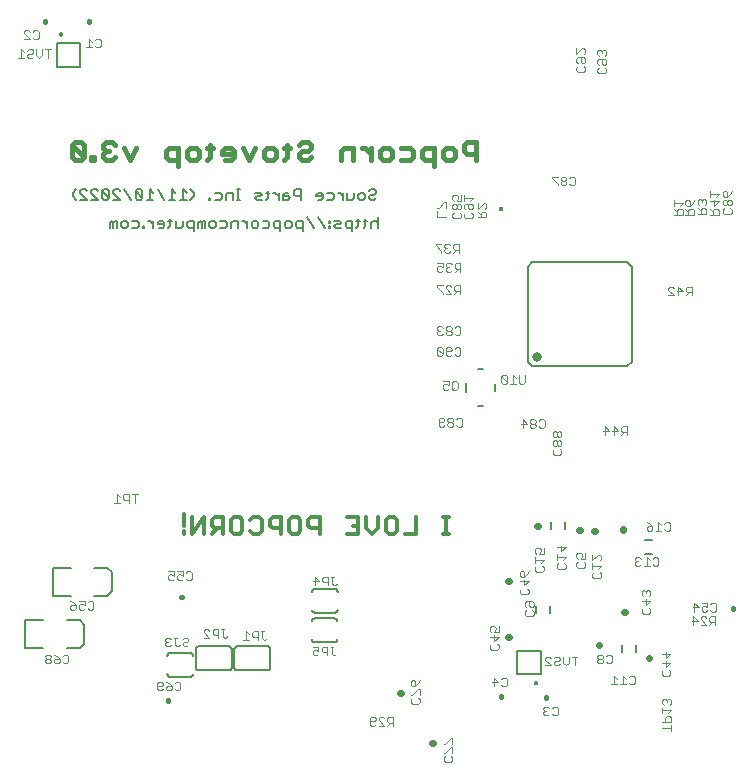
<source format=gbr>
G04 EAGLE Gerber RS-274X export*
G75*
%MOMM*%
%FSLAX34Y34*%
%LPD*%
%INSilkscreen Bottom*%
%IPPOS*%
%AMOC8*
5,1,8,0,0,1.08239X$1,22.5*%
G01*
%ADD10C,0.381000*%
%ADD11C,0.355600*%
%ADD12C,0.152400*%
%ADD13C,0.076200*%
%ADD14C,0.203200*%
%ADD15C,0.101600*%
%ADD16C,0.406400*%
%ADD17C,0.127000*%
%ADD18C,0.200000*%
%ADD19C,0.558800*%
%ADD20R,0.300000X0.400000*%
%ADD21C,0.800000*%


D10*
X469845Y532005D02*
X469845Y547512D01*
X462091Y547512D01*
X459507Y544928D01*
X459507Y539759D01*
X462091Y537174D01*
X469845Y537174D01*
X449486Y532005D02*
X444317Y532005D01*
X441732Y534590D01*
X441732Y539759D01*
X444317Y542343D01*
X449486Y542343D01*
X452070Y539759D01*
X452070Y534590D01*
X449486Y532005D01*
X434295Y526836D02*
X434295Y542343D01*
X426542Y542343D01*
X423957Y539759D01*
X423957Y534590D01*
X426542Y532005D01*
X434295Y532005D01*
X413936Y542343D02*
X406182Y542343D01*
X413936Y542343D02*
X416520Y539759D01*
X416520Y534590D01*
X413936Y532005D01*
X406182Y532005D01*
X396161Y532005D02*
X390992Y532005D01*
X388407Y534590D01*
X388407Y539759D01*
X390992Y542343D01*
X396161Y542343D01*
X398746Y539759D01*
X398746Y534590D01*
X396161Y532005D01*
X380971Y532005D02*
X380971Y542343D01*
X380971Y537174D02*
X375802Y542343D01*
X373217Y542343D01*
X366158Y542343D02*
X366158Y532005D01*
X366158Y542343D02*
X358405Y542343D01*
X355820Y539759D01*
X355820Y532005D01*
X322855Y547512D02*
X320271Y544928D01*
X322855Y547512D02*
X328024Y547512D01*
X330609Y544928D01*
X330609Y542343D01*
X328024Y539759D01*
X322855Y539759D01*
X320271Y537174D01*
X320271Y534590D01*
X322855Y532005D01*
X328024Y532005D01*
X330609Y534590D01*
X310249Y534590D02*
X310249Y544928D01*
X310249Y534590D02*
X307665Y532005D01*
X307665Y542343D02*
X312834Y542343D01*
X298399Y532005D02*
X293230Y532005D01*
X290646Y534590D01*
X290646Y539759D01*
X293230Y542343D01*
X298399Y542343D01*
X300984Y539759D01*
X300984Y534590D01*
X298399Y532005D01*
X283209Y542343D02*
X278040Y532005D01*
X272871Y542343D01*
X262850Y532005D02*
X257681Y532005D01*
X262850Y532005D02*
X265434Y534590D01*
X265434Y539759D01*
X262850Y542343D01*
X257681Y542343D01*
X255096Y539759D01*
X255096Y537174D01*
X265434Y537174D01*
X245075Y534590D02*
X245075Y544928D01*
X245075Y534590D02*
X242490Y532005D01*
X242490Y542343D02*
X247659Y542343D01*
X233225Y532005D02*
X228056Y532005D01*
X225471Y534590D01*
X225471Y539759D01*
X228056Y542343D01*
X233225Y542343D01*
X235810Y539759D01*
X235810Y534590D01*
X233225Y532005D01*
X218035Y526836D02*
X218035Y542343D01*
X210281Y542343D01*
X207697Y539759D01*
X207697Y534590D01*
X210281Y532005D01*
X218035Y532005D01*
X182485Y542343D02*
X177316Y532005D01*
X172147Y542343D01*
X164710Y544928D02*
X162126Y547512D01*
X156957Y547512D01*
X154372Y544928D01*
X154372Y542343D01*
X156957Y539759D01*
X159541Y539759D01*
X156957Y539759D02*
X154372Y537174D01*
X154372Y534590D01*
X156957Y532005D01*
X162126Y532005D01*
X164710Y534590D01*
X146935Y534590D02*
X146935Y532005D01*
X146935Y534590D02*
X144351Y534590D01*
X144351Y532005D01*
X146935Y532005D01*
X138048Y534590D02*
X138048Y544928D01*
X135463Y547512D01*
X130294Y547512D01*
X127710Y544928D01*
X127710Y534590D01*
X130294Y532005D01*
X135463Y532005D01*
X138048Y534590D01*
X127710Y544928D01*
D11*
X442027Y215678D02*
X446772Y215678D01*
X444399Y215678D02*
X444399Y229914D01*
X442027Y229914D02*
X446772Y229914D01*
X419486Y229914D02*
X419486Y215678D01*
X409995Y215678D01*
X400742Y229914D02*
X395996Y229914D01*
X400742Y229914D02*
X403115Y227541D01*
X403115Y218051D01*
X400742Y215678D01*
X395996Y215678D01*
X393624Y218051D01*
X393624Y227541D01*
X395996Y229914D01*
X386743Y229914D02*
X386743Y220423D01*
X381998Y215678D01*
X377252Y220423D01*
X377252Y229914D01*
X370371Y229914D02*
X360881Y229914D01*
X370371Y229914D02*
X370371Y215678D01*
X360881Y215678D01*
X365626Y222796D02*
X370371Y222796D01*
X337628Y215678D02*
X337628Y229914D01*
X330510Y229914D01*
X328138Y227541D01*
X328138Y222796D01*
X330510Y220423D01*
X337628Y220423D01*
X318884Y229914D02*
X314139Y229914D01*
X318884Y229914D02*
X321257Y227541D01*
X321257Y218051D01*
X318884Y215678D01*
X314139Y215678D01*
X311766Y218051D01*
X311766Y227541D01*
X314139Y229914D01*
X304885Y229914D02*
X304885Y215678D01*
X304885Y229914D02*
X297767Y229914D01*
X295394Y227541D01*
X295394Y222796D01*
X297767Y220423D01*
X304885Y220423D01*
X281396Y229914D02*
X279023Y227541D01*
X281396Y229914D02*
X286141Y229914D01*
X288514Y227541D01*
X288514Y218051D01*
X286141Y215678D01*
X281396Y215678D01*
X279023Y218051D01*
X269769Y229914D02*
X265024Y229914D01*
X269769Y229914D02*
X272142Y227541D01*
X272142Y218051D01*
X269769Y215678D01*
X265024Y215678D01*
X262651Y218051D01*
X262651Y227541D01*
X265024Y229914D01*
X255770Y229914D02*
X255770Y215678D01*
X255770Y229914D02*
X248652Y229914D01*
X246280Y227541D01*
X246280Y222796D01*
X248652Y220423D01*
X255770Y220423D01*
X251025Y220423D02*
X246280Y215678D01*
X239399Y215678D02*
X239399Y229914D01*
X229908Y215678D01*
X229908Y229914D01*
X223027Y218051D02*
X223027Y215678D01*
X223027Y222796D02*
X223027Y232287D01*
D12*
X379726Y505915D02*
X381166Y507355D01*
X384047Y507355D01*
X385488Y505915D01*
X385488Y504474D01*
X384047Y503034D01*
X381166Y503034D01*
X379726Y501593D01*
X379726Y500153D01*
X381166Y498712D01*
X384047Y498712D01*
X385488Y500153D01*
X374692Y498712D02*
X371811Y498712D01*
X370371Y500153D01*
X370371Y503034D01*
X371811Y504474D01*
X374692Y504474D01*
X376133Y503034D01*
X376133Y500153D01*
X374692Y498712D01*
X366778Y500153D02*
X366778Y504474D01*
X366778Y500153D02*
X365337Y498712D01*
X361015Y498712D01*
X361015Y504474D01*
X357422Y504474D02*
X357422Y498712D01*
X357422Y501593D02*
X354541Y504474D01*
X353101Y504474D01*
X348186Y504474D02*
X343864Y504474D01*
X348186Y504474D02*
X349626Y503034D01*
X349626Y500153D01*
X348186Y498712D01*
X343864Y498712D01*
X338831Y498712D02*
X335950Y498712D01*
X338831Y498712D02*
X340271Y500153D01*
X340271Y503034D01*
X338831Y504474D01*
X335950Y504474D01*
X334509Y503034D01*
X334509Y501593D01*
X340271Y501593D01*
X321561Y498712D02*
X321561Y507355D01*
X317239Y507355D01*
X315799Y505915D01*
X315799Y503034D01*
X317239Y501593D01*
X321561Y501593D01*
X310765Y504474D02*
X307884Y504474D01*
X306443Y503034D01*
X306443Y498712D01*
X310765Y498712D01*
X312206Y500153D01*
X310765Y501593D01*
X306443Y501593D01*
X302851Y498712D02*
X302851Y504474D01*
X302851Y501593D02*
X299969Y504474D01*
X298529Y504474D01*
X293614Y505915D02*
X293614Y500153D01*
X292173Y498712D01*
X292173Y504474D02*
X295055Y504474D01*
X288818Y498712D02*
X284496Y498712D01*
X283056Y500153D01*
X284496Y501593D01*
X287377Y501593D01*
X288818Y503034D01*
X287377Y504474D01*
X283056Y504474D01*
X270107Y498712D02*
X267226Y498712D01*
X268667Y498712D02*
X268667Y507355D01*
X270107Y507355D02*
X267226Y507355D01*
X263871Y504474D02*
X263871Y498712D01*
X263871Y504474D02*
X259549Y504474D01*
X258108Y503034D01*
X258108Y498712D01*
X253075Y504474D02*
X248753Y504474D01*
X253075Y504474D02*
X254515Y503034D01*
X254515Y500153D01*
X253075Y498712D01*
X248753Y498712D01*
X245160Y498712D02*
X245160Y500153D01*
X243720Y500153D01*
X243720Y498712D01*
X245160Y498712D01*
X231127Y501593D02*
X228246Y498712D01*
X231127Y501593D02*
X231127Y504474D01*
X228246Y507355D01*
X224891Y504474D02*
X222010Y507355D01*
X222010Y498712D01*
X224891Y498712D02*
X219128Y498712D01*
X215536Y504474D02*
X212654Y507355D01*
X212654Y498712D01*
X209773Y498712D02*
X215536Y498712D01*
X206180Y498712D02*
X200418Y507355D01*
X196825Y504474D02*
X193944Y507355D01*
X193944Y498712D01*
X196825Y498712D02*
X191063Y498712D01*
X187470Y500153D02*
X187470Y505915D01*
X186029Y507355D01*
X183148Y507355D01*
X181708Y505915D01*
X181708Y500153D01*
X183148Y498712D01*
X186029Y498712D01*
X187470Y500153D01*
X181708Y505915D01*
X178115Y498712D02*
X172353Y507355D01*
X168760Y498712D02*
X162997Y498712D01*
X162997Y504474D02*
X168760Y498712D01*
X162997Y504474D02*
X162997Y505915D01*
X164438Y507355D01*
X167319Y507355D01*
X168760Y505915D01*
X159404Y505915D02*
X159404Y500153D01*
X159404Y505915D02*
X157964Y507355D01*
X155083Y507355D01*
X153642Y505915D01*
X153642Y500153D01*
X155083Y498712D01*
X157964Y498712D01*
X159404Y500153D01*
X153642Y505915D01*
X150049Y498712D02*
X144287Y498712D01*
X150049Y498712D02*
X144287Y504474D01*
X144287Y505915D01*
X145728Y507355D01*
X148609Y507355D01*
X150049Y505915D01*
X140694Y498712D02*
X134932Y498712D01*
X140694Y498712D02*
X134932Y504474D01*
X134932Y505915D01*
X136372Y507355D01*
X139253Y507355D01*
X140694Y505915D01*
X131339Y498712D02*
X128458Y501593D01*
X128458Y504474D01*
X131339Y507355D01*
X387088Y483645D02*
X387088Y475002D01*
X387088Y479324D02*
X385647Y480764D01*
X382766Y480764D01*
X381326Y479324D01*
X381326Y475002D01*
X376292Y476443D02*
X376292Y482205D01*
X376292Y476443D02*
X374852Y475002D01*
X374852Y480764D02*
X377733Y480764D01*
X370055Y482205D02*
X370055Y476443D01*
X368615Y475002D01*
X368615Y480764D02*
X371496Y480764D01*
X365259Y480764D02*
X365259Y472121D01*
X365259Y480764D02*
X360938Y480764D01*
X359497Y479324D01*
X359497Y476443D01*
X360938Y475002D01*
X365259Y475002D01*
X355904Y475002D02*
X351582Y475002D01*
X350142Y476443D01*
X351582Y477883D01*
X354464Y477883D01*
X355904Y479324D01*
X354464Y480764D01*
X350142Y480764D01*
X346549Y480764D02*
X345108Y480764D01*
X345108Y479324D01*
X346549Y479324D01*
X346549Y480764D01*
X346549Y476443D02*
X345108Y476443D01*
X345108Y475002D01*
X346549Y475002D01*
X346549Y476443D01*
X341871Y475002D02*
X336109Y483645D01*
X326754Y483645D02*
X332516Y475002D01*
X323161Y472121D02*
X323161Y480764D01*
X318839Y480764D01*
X317399Y479324D01*
X317399Y476443D01*
X318839Y475002D01*
X323161Y475002D01*
X312365Y475002D02*
X309484Y475002D01*
X308043Y476443D01*
X308043Y479324D01*
X309484Y480764D01*
X312365Y480764D01*
X313806Y479324D01*
X313806Y476443D01*
X312365Y475002D01*
X304451Y472121D02*
X304451Y480764D01*
X300129Y480764D01*
X298688Y479324D01*
X298688Y476443D01*
X300129Y475002D01*
X304451Y475002D01*
X293655Y480764D02*
X289333Y480764D01*
X293655Y480764D02*
X295095Y479324D01*
X295095Y476443D01*
X293655Y475002D01*
X289333Y475002D01*
X284300Y475002D02*
X281418Y475002D01*
X279978Y476443D01*
X279978Y479324D01*
X281418Y480764D01*
X284300Y480764D01*
X285740Y479324D01*
X285740Y476443D01*
X284300Y475002D01*
X276385Y475002D02*
X276385Y480764D01*
X276385Y477883D02*
X273504Y480764D01*
X272063Y480764D01*
X268589Y480764D02*
X268589Y475002D01*
X268589Y480764D02*
X264267Y480764D01*
X262827Y479324D01*
X262827Y475002D01*
X257793Y480764D02*
X253472Y480764D01*
X257793Y480764D02*
X259234Y479324D01*
X259234Y476443D01*
X257793Y475002D01*
X253472Y475002D01*
X248438Y475002D02*
X245557Y475002D01*
X244116Y476443D01*
X244116Y479324D01*
X245557Y480764D01*
X248438Y480764D01*
X249879Y479324D01*
X249879Y476443D01*
X248438Y475002D01*
X240523Y475002D02*
X240523Y480764D01*
X239083Y480764D01*
X237642Y479324D01*
X237642Y475002D01*
X237642Y479324D02*
X236202Y480764D01*
X234761Y479324D01*
X234761Y475002D01*
X231168Y472121D02*
X231168Y480764D01*
X226847Y480764D01*
X225406Y479324D01*
X225406Y476443D01*
X226847Y475002D01*
X231168Y475002D01*
X221813Y476443D02*
X221813Y480764D01*
X221813Y476443D02*
X220373Y475002D01*
X216051Y475002D01*
X216051Y480764D01*
X211017Y482205D02*
X211017Y476443D01*
X209577Y475002D01*
X209577Y480764D02*
X212458Y480764D01*
X204781Y475002D02*
X201899Y475002D01*
X204781Y475002D02*
X206221Y476443D01*
X206221Y479324D01*
X204781Y480764D01*
X201899Y480764D01*
X200459Y479324D01*
X200459Y477883D01*
X206221Y477883D01*
X196866Y475002D02*
X196866Y480764D01*
X196866Y477883D02*
X193985Y480764D01*
X192544Y480764D01*
X189070Y476443D02*
X189070Y475002D01*
X189070Y476443D02*
X187629Y476443D01*
X187629Y475002D01*
X189070Y475002D01*
X182952Y480764D02*
X178630Y480764D01*
X182952Y480764D02*
X184392Y479324D01*
X184392Y476443D01*
X182952Y475002D01*
X178630Y475002D01*
X173597Y475002D02*
X170715Y475002D01*
X169275Y476443D01*
X169275Y479324D01*
X170715Y480764D01*
X173597Y480764D01*
X175037Y479324D01*
X175037Y476443D01*
X173597Y475002D01*
X165682Y475002D02*
X165682Y480764D01*
X164241Y480764D01*
X162801Y479324D01*
X162801Y475002D01*
X162801Y479324D02*
X161360Y480764D01*
X159920Y479324D01*
X159920Y475002D01*
D13*
X181032Y249663D02*
X181032Y242291D01*
X183489Y249663D02*
X178574Y249663D01*
X176005Y249663D02*
X176005Y242291D01*
X176005Y249663D02*
X172319Y249663D01*
X171090Y248435D01*
X171090Y245977D01*
X172319Y244748D01*
X176005Y244748D01*
X168521Y247206D02*
X166063Y249663D01*
X166063Y242291D01*
X163606Y242291D02*
X168521Y242291D01*
X627781Y51238D02*
X635153Y51238D01*
X635153Y48781D02*
X635153Y53696D01*
X635153Y56265D02*
X627781Y56265D01*
X635153Y56265D02*
X635153Y59951D01*
X633925Y61180D01*
X631467Y61180D01*
X630238Y59951D01*
X630238Y56265D01*
X632696Y63749D02*
X635153Y66207D01*
X627781Y66207D01*
X627781Y68664D02*
X627781Y63749D01*
X633925Y71233D02*
X635153Y72462D01*
X635153Y74920D01*
X633925Y76148D01*
X632696Y76148D01*
X631467Y74920D01*
X631467Y73691D01*
X631467Y74920D02*
X630238Y76148D01*
X629010Y76148D01*
X627781Y74920D01*
X627781Y72462D01*
X629010Y71233D01*
D14*
X227735Y94840D02*
X211225Y94840D01*
X208685Y112620D02*
X208687Y112720D01*
X208693Y112819D01*
X208703Y112919D01*
X208716Y113017D01*
X208734Y113116D01*
X208755Y113213D01*
X208780Y113309D01*
X208809Y113405D01*
X208842Y113499D01*
X208878Y113592D01*
X208918Y113683D01*
X208962Y113773D01*
X209009Y113861D01*
X209059Y113947D01*
X209113Y114031D01*
X209170Y114113D01*
X209230Y114192D01*
X209294Y114270D01*
X209360Y114344D01*
X209429Y114416D01*
X209501Y114485D01*
X209575Y114551D01*
X209653Y114615D01*
X209732Y114675D01*
X209814Y114732D01*
X209898Y114786D01*
X209984Y114836D01*
X210072Y114883D01*
X210162Y114927D01*
X210253Y114967D01*
X210346Y115003D01*
X210440Y115036D01*
X210536Y115065D01*
X210632Y115090D01*
X210729Y115111D01*
X210828Y115129D01*
X210926Y115142D01*
X211026Y115152D01*
X211125Y115158D01*
X211225Y115160D01*
X227735Y115160D02*
X227835Y115158D01*
X227934Y115152D01*
X228034Y115142D01*
X228132Y115129D01*
X228231Y115111D01*
X228328Y115090D01*
X228424Y115065D01*
X228520Y115036D01*
X228614Y115003D01*
X228707Y114967D01*
X228798Y114927D01*
X228888Y114883D01*
X228976Y114836D01*
X229062Y114786D01*
X229146Y114732D01*
X229228Y114675D01*
X229307Y114615D01*
X229385Y114551D01*
X229459Y114485D01*
X229531Y114416D01*
X229600Y114344D01*
X229666Y114270D01*
X229730Y114192D01*
X229790Y114113D01*
X229847Y114031D01*
X229901Y113947D01*
X229951Y113861D01*
X229998Y113773D01*
X230042Y113683D01*
X230082Y113592D01*
X230118Y113499D01*
X230151Y113405D01*
X230180Y113309D01*
X230205Y113213D01*
X230226Y113116D01*
X230244Y113017D01*
X230257Y112919D01*
X230267Y112819D01*
X230273Y112720D01*
X230275Y112620D01*
X230275Y97380D02*
X230273Y97280D01*
X230267Y97181D01*
X230257Y97081D01*
X230244Y96983D01*
X230226Y96884D01*
X230205Y96787D01*
X230180Y96691D01*
X230151Y96595D01*
X230118Y96501D01*
X230082Y96408D01*
X230042Y96317D01*
X229998Y96227D01*
X229951Y96139D01*
X229901Y96053D01*
X229847Y95969D01*
X229790Y95887D01*
X229730Y95808D01*
X229666Y95730D01*
X229600Y95656D01*
X229531Y95584D01*
X229459Y95515D01*
X229385Y95449D01*
X229307Y95385D01*
X229228Y95325D01*
X229146Y95268D01*
X229062Y95214D01*
X228976Y95164D01*
X228888Y95117D01*
X228798Y95073D01*
X228707Y95033D01*
X228614Y94997D01*
X228520Y94964D01*
X228424Y94935D01*
X228328Y94910D01*
X228231Y94889D01*
X228132Y94871D01*
X228034Y94858D01*
X227934Y94848D01*
X227835Y94842D01*
X227735Y94840D01*
X211225Y94840D02*
X211125Y94842D01*
X211026Y94848D01*
X210926Y94858D01*
X210828Y94871D01*
X210729Y94889D01*
X210632Y94910D01*
X210536Y94935D01*
X210440Y94964D01*
X210346Y94997D01*
X210253Y95033D01*
X210162Y95073D01*
X210072Y95117D01*
X209984Y95164D01*
X209898Y95214D01*
X209814Y95268D01*
X209732Y95325D01*
X209653Y95385D01*
X209575Y95449D01*
X209501Y95515D01*
X209429Y95584D01*
X209360Y95656D01*
X209294Y95730D01*
X209230Y95808D01*
X209170Y95887D01*
X209113Y95969D01*
X209059Y96053D01*
X209009Y96139D01*
X208962Y96227D01*
X208918Y96317D01*
X208878Y96408D01*
X208842Y96501D01*
X208809Y96595D01*
X208780Y96691D01*
X208755Y96787D01*
X208734Y96884D01*
X208716Y96983D01*
X208703Y97081D01*
X208693Y97181D01*
X208687Y97280D01*
X208685Y97380D01*
X211225Y115160D02*
X227735Y115160D01*
D15*
X221732Y126510D02*
X222918Y127696D01*
X225291Y127696D01*
X226477Y126510D01*
X226477Y125323D01*
X225291Y124137D01*
X222918Y124137D01*
X221732Y122951D01*
X221732Y121764D01*
X222918Y120578D01*
X225291Y120578D01*
X226477Y121764D01*
X218993Y121764D02*
X217807Y120578D01*
X216620Y120578D01*
X215434Y121764D01*
X215434Y127696D01*
X216620Y127696D02*
X214247Y127696D01*
X211509Y126510D02*
X210322Y127696D01*
X207950Y127696D01*
X206763Y126510D01*
X206763Y125323D01*
X207950Y124137D01*
X209136Y124137D01*
X207950Y124137D02*
X206763Y122951D01*
X206763Y121764D01*
X207950Y120578D01*
X210322Y120578D01*
X211509Y121764D01*
D14*
X333745Y169480D02*
X350255Y169480D01*
X352795Y151700D02*
X352793Y151600D01*
X352787Y151501D01*
X352777Y151401D01*
X352764Y151303D01*
X352746Y151204D01*
X352725Y151107D01*
X352700Y151011D01*
X352671Y150915D01*
X352638Y150821D01*
X352602Y150728D01*
X352562Y150637D01*
X352518Y150547D01*
X352471Y150459D01*
X352421Y150373D01*
X352367Y150289D01*
X352310Y150207D01*
X352250Y150128D01*
X352186Y150050D01*
X352120Y149976D01*
X352051Y149904D01*
X351979Y149835D01*
X351905Y149769D01*
X351827Y149705D01*
X351748Y149645D01*
X351666Y149588D01*
X351582Y149534D01*
X351496Y149484D01*
X351408Y149437D01*
X351318Y149393D01*
X351227Y149353D01*
X351134Y149317D01*
X351040Y149284D01*
X350944Y149255D01*
X350848Y149230D01*
X350751Y149209D01*
X350652Y149191D01*
X350554Y149178D01*
X350454Y149168D01*
X350355Y149162D01*
X350255Y149160D01*
X333745Y149160D02*
X333645Y149162D01*
X333546Y149168D01*
X333446Y149178D01*
X333348Y149191D01*
X333249Y149209D01*
X333152Y149230D01*
X333056Y149255D01*
X332960Y149284D01*
X332866Y149317D01*
X332773Y149353D01*
X332682Y149393D01*
X332592Y149437D01*
X332504Y149484D01*
X332418Y149534D01*
X332334Y149588D01*
X332252Y149645D01*
X332173Y149705D01*
X332095Y149769D01*
X332021Y149835D01*
X331949Y149904D01*
X331880Y149976D01*
X331814Y150050D01*
X331750Y150128D01*
X331690Y150207D01*
X331633Y150289D01*
X331579Y150373D01*
X331529Y150459D01*
X331482Y150547D01*
X331438Y150637D01*
X331398Y150728D01*
X331362Y150821D01*
X331329Y150915D01*
X331300Y151011D01*
X331275Y151107D01*
X331254Y151204D01*
X331236Y151303D01*
X331223Y151401D01*
X331213Y151501D01*
X331207Y151600D01*
X331205Y151700D01*
X331205Y166940D02*
X331207Y167040D01*
X331213Y167139D01*
X331223Y167239D01*
X331236Y167337D01*
X331254Y167436D01*
X331275Y167533D01*
X331300Y167629D01*
X331329Y167725D01*
X331362Y167819D01*
X331398Y167912D01*
X331438Y168003D01*
X331482Y168093D01*
X331529Y168181D01*
X331579Y168267D01*
X331633Y168351D01*
X331690Y168433D01*
X331750Y168512D01*
X331814Y168590D01*
X331880Y168664D01*
X331949Y168736D01*
X332021Y168805D01*
X332095Y168871D01*
X332173Y168935D01*
X332252Y168995D01*
X332334Y169052D01*
X332418Y169106D01*
X332504Y169156D01*
X332592Y169203D01*
X332682Y169247D01*
X332773Y169287D01*
X332866Y169323D01*
X332960Y169356D01*
X333056Y169385D01*
X333152Y169410D01*
X333249Y169431D01*
X333348Y169449D01*
X333446Y169462D01*
X333546Y169472D01*
X333645Y169478D01*
X333745Y169480D01*
X350255Y169480D02*
X350355Y169478D01*
X350454Y169472D01*
X350554Y169462D01*
X350652Y169449D01*
X350751Y169431D01*
X350848Y169410D01*
X350944Y169385D01*
X351040Y169356D01*
X351134Y169323D01*
X351227Y169287D01*
X351318Y169247D01*
X351408Y169203D01*
X351496Y169156D01*
X351582Y169106D01*
X351666Y169052D01*
X351748Y168995D01*
X351827Y168935D01*
X351905Y168871D01*
X351979Y168805D01*
X352051Y168736D01*
X352120Y168664D01*
X352186Y168590D01*
X352250Y168512D01*
X352310Y168433D01*
X352367Y168351D01*
X352421Y168267D01*
X352471Y168181D01*
X352518Y168093D01*
X352562Y168003D01*
X352602Y167912D01*
X352638Y167819D01*
X352671Y167725D01*
X352700Y167629D01*
X352725Y167533D01*
X352746Y167436D01*
X352764Y167337D01*
X352777Y167239D01*
X352787Y167139D01*
X352793Y167040D01*
X352795Y166940D01*
X350255Y149160D02*
X333745Y149160D01*
D15*
X350861Y172448D02*
X352047Y173634D01*
X350861Y172448D02*
X349674Y172448D01*
X348488Y173634D01*
X348488Y179566D01*
X349674Y179566D02*
X347302Y179566D01*
X344563Y179566D02*
X344563Y172448D01*
X344563Y179566D02*
X341004Y179566D01*
X339817Y178380D01*
X339817Y176007D01*
X341004Y174821D01*
X344563Y174821D01*
X333520Y172448D02*
X333520Y179566D01*
X337079Y176007D01*
X332333Y176007D01*
D14*
X333454Y144221D02*
X349964Y144221D01*
X352504Y126441D02*
X352502Y126341D01*
X352496Y126242D01*
X352486Y126142D01*
X352473Y126044D01*
X352455Y125945D01*
X352434Y125848D01*
X352409Y125752D01*
X352380Y125656D01*
X352347Y125562D01*
X352311Y125469D01*
X352271Y125378D01*
X352227Y125288D01*
X352180Y125200D01*
X352130Y125114D01*
X352076Y125030D01*
X352019Y124948D01*
X351959Y124869D01*
X351895Y124791D01*
X351829Y124717D01*
X351760Y124645D01*
X351688Y124576D01*
X351614Y124510D01*
X351536Y124446D01*
X351457Y124386D01*
X351375Y124329D01*
X351291Y124275D01*
X351205Y124225D01*
X351117Y124178D01*
X351027Y124134D01*
X350936Y124094D01*
X350843Y124058D01*
X350749Y124025D01*
X350653Y123996D01*
X350557Y123971D01*
X350460Y123950D01*
X350361Y123932D01*
X350263Y123919D01*
X350163Y123909D01*
X350064Y123903D01*
X349964Y123901D01*
X333454Y123901D02*
X333354Y123903D01*
X333255Y123909D01*
X333155Y123919D01*
X333057Y123932D01*
X332958Y123950D01*
X332861Y123971D01*
X332765Y123996D01*
X332669Y124025D01*
X332575Y124058D01*
X332482Y124094D01*
X332391Y124134D01*
X332301Y124178D01*
X332213Y124225D01*
X332127Y124275D01*
X332043Y124329D01*
X331961Y124386D01*
X331882Y124446D01*
X331804Y124510D01*
X331730Y124576D01*
X331658Y124645D01*
X331589Y124717D01*
X331523Y124791D01*
X331459Y124869D01*
X331399Y124948D01*
X331342Y125030D01*
X331288Y125114D01*
X331238Y125200D01*
X331191Y125288D01*
X331147Y125378D01*
X331107Y125469D01*
X331071Y125562D01*
X331038Y125656D01*
X331009Y125752D01*
X330984Y125848D01*
X330963Y125945D01*
X330945Y126044D01*
X330932Y126142D01*
X330922Y126242D01*
X330916Y126341D01*
X330914Y126441D01*
X330914Y141681D02*
X330916Y141781D01*
X330922Y141880D01*
X330932Y141980D01*
X330945Y142078D01*
X330963Y142177D01*
X330984Y142274D01*
X331009Y142370D01*
X331038Y142466D01*
X331071Y142560D01*
X331107Y142653D01*
X331147Y142744D01*
X331191Y142834D01*
X331238Y142922D01*
X331288Y143008D01*
X331342Y143092D01*
X331399Y143174D01*
X331459Y143253D01*
X331523Y143331D01*
X331589Y143405D01*
X331658Y143477D01*
X331730Y143546D01*
X331804Y143612D01*
X331882Y143676D01*
X331961Y143736D01*
X332043Y143793D01*
X332127Y143847D01*
X332213Y143897D01*
X332301Y143944D01*
X332391Y143988D01*
X332482Y144028D01*
X332575Y144064D01*
X332669Y144097D01*
X332765Y144126D01*
X332861Y144151D01*
X332958Y144172D01*
X333057Y144190D01*
X333155Y144203D01*
X333255Y144213D01*
X333354Y144219D01*
X333454Y144221D01*
X349964Y144221D02*
X350064Y144219D01*
X350163Y144213D01*
X350263Y144203D01*
X350361Y144190D01*
X350460Y144172D01*
X350557Y144151D01*
X350653Y144126D01*
X350749Y144097D01*
X350843Y144064D01*
X350936Y144028D01*
X351027Y143988D01*
X351117Y143944D01*
X351205Y143897D01*
X351291Y143847D01*
X351375Y143793D01*
X351457Y143736D01*
X351536Y143676D01*
X351614Y143612D01*
X351688Y143546D01*
X351760Y143477D01*
X351829Y143405D01*
X351895Y143331D01*
X351959Y143253D01*
X352019Y143174D01*
X352076Y143092D01*
X352130Y143008D01*
X352180Y142922D01*
X352227Y142834D01*
X352271Y142744D01*
X352311Y142653D01*
X352347Y142560D01*
X352380Y142466D01*
X352409Y142370D01*
X352434Y142274D01*
X352455Y142177D01*
X352473Y142078D01*
X352486Y141980D01*
X352496Y141880D01*
X352502Y141781D01*
X352504Y141681D01*
X349964Y123901D02*
X333454Y123901D01*
D15*
X350392Y112987D02*
X351578Y114174D01*
X350392Y112987D02*
X349205Y112987D01*
X348019Y114174D01*
X348019Y120105D01*
X349205Y120105D02*
X346833Y120105D01*
X344094Y120105D02*
X344094Y112987D01*
X344094Y120105D02*
X340535Y120105D01*
X339348Y118919D01*
X339348Y116546D01*
X340535Y115360D01*
X344094Y115360D01*
X336610Y120105D02*
X331864Y120105D01*
X336610Y120105D02*
X336610Y116546D01*
X334237Y117733D01*
X333051Y117733D01*
X331864Y116546D01*
X331864Y114174D01*
X333051Y112987D01*
X335423Y112987D01*
X336610Y114174D01*
D12*
X293200Y120660D02*
X267800Y120660D01*
X293200Y100340D02*
X293300Y100342D01*
X293399Y100348D01*
X293499Y100358D01*
X293597Y100371D01*
X293696Y100389D01*
X293793Y100410D01*
X293889Y100435D01*
X293985Y100464D01*
X294079Y100497D01*
X294172Y100533D01*
X294263Y100573D01*
X294353Y100617D01*
X294441Y100664D01*
X294527Y100714D01*
X294611Y100768D01*
X294693Y100825D01*
X294772Y100885D01*
X294850Y100949D01*
X294924Y101015D01*
X294996Y101084D01*
X295065Y101156D01*
X295131Y101230D01*
X295195Y101308D01*
X295255Y101387D01*
X295312Y101469D01*
X295366Y101553D01*
X295416Y101639D01*
X295463Y101727D01*
X295507Y101817D01*
X295547Y101908D01*
X295583Y102001D01*
X295616Y102095D01*
X295645Y102191D01*
X295670Y102287D01*
X295691Y102384D01*
X295709Y102483D01*
X295722Y102581D01*
X295732Y102681D01*
X295738Y102780D01*
X295740Y102880D01*
X267800Y100340D02*
X267700Y100342D01*
X267601Y100348D01*
X267501Y100358D01*
X267403Y100371D01*
X267304Y100389D01*
X267207Y100410D01*
X267111Y100435D01*
X267015Y100464D01*
X266921Y100497D01*
X266828Y100533D01*
X266737Y100573D01*
X266647Y100617D01*
X266559Y100664D01*
X266473Y100714D01*
X266389Y100768D01*
X266307Y100825D01*
X266228Y100885D01*
X266150Y100949D01*
X266076Y101015D01*
X266004Y101084D01*
X265935Y101156D01*
X265869Y101230D01*
X265805Y101308D01*
X265745Y101387D01*
X265688Y101469D01*
X265634Y101553D01*
X265584Y101639D01*
X265537Y101727D01*
X265493Y101817D01*
X265453Y101908D01*
X265417Y102001D01*
X265384Y102095D01*
X265355Y102191D01*
X265330Y102287D01*
X265309Y102384D01*
X265291Y102483D01*
X265278Y102581D01*
X265268Y102681D01*
X265262Y102780D01*
X265260Y102880D01*
X265260Y118120D02*
X265262Y118220D01*
X265268Y118319D01*
X265278Y118419D01*
X265291Y118517D01*
X265309Y118616D01*
X265330Y118713D01*
X265355Y118809D01*
X265384Y118905D01*
X265417Y118999D01*
X265453Y119092D01*
X265493Y119183D01*
X265537Y119273D01*
X265584Y119361D01*
X265634Y119447D01*
X265688Y119531D01*
X265745Y119613D01*
X265805Y119692D01*
X265869Y119770D01*
X265935Y119844D01*
X266004Y119916D01*
X266076Y119985D01*
X266150Y120051D01*
X266228Y120115D01*
X266307Y120175D01*
X266389Y120232D01*
X266473Y120286D01*
X266559Y120336D01*
X266647Y120383D01*
X266737Y120427D01*
X266828Y120467D01*
X266921Y120503D01*
X267015Y120536D01*
X267111Y120565D01*
X267207Y120590D01*
X267304Y120611D01*
X267403Y120629D01*
X267501Y120642D01*
X267601Y120652D01*
X267700Y120658D01*
X267800Y120660D01*
X293200Y120660D02*
X293300Y120658D01*
X293399Y120652D01*
X293499Y120642D01*
X293597Y120629D01*
X293696Y120611D01*
X293793Y120590D01*
X293889Y120565D01*
X293985Y120536D01*
X294079Y120503D01*
X294172Y120467D01*
X294263Y120427D01*
X294353Y120383D01*
X294441Y120336D01*
X294527Y120286D01*
X294611Y120232D01*
X294693Y120175D01*
X294772Y120115D01*
X294850Y120051D01*
X294924Y119985D01*
X294996Y119916D01*
X295065Y119844D01*
X295131Y119770D01*
X295195Y119692D01*
X295255Y119613D01*
X295312Y119531D01*
X295366Y119447D01*
X295416Y119361D01*
X295463Y119273D01*
X295507Y119183D01*
X295547Y119092D01*
X295583Y118999D01*
X295616Y118905D01*
X295645Y118809D01*
X295670Y118713D01*
X295691Y118616D01*
X295709Y118517D01*
X295722Y118419D01*
X295732Y118319D01*
X295738Y118220D01*
X295740Y118120D01*
X295740Y102880D01*
X265260Y102880D02*
X265260Y118120D01*
X267800Y100340D02*
X293200Y100340D01*
D15*
X291502Y126110D02*
X292688Y127296D01*
X291502Y126110D02*
X290316Y126110D01*
X289129Y127296D01*
X289129Y133228D01*
X287943Y133228D02*
X290316Y133228D01*
X285204Y133228D02*
X285204Y126110D01*
X285204Y133228D02*
X281645Y133228D01*
X280459Y132042D01*
X280459Y129669D01*
X281645Y128483D01*
X285204Y128483D01*
X277720Y130855D02*
X275347Y133228D01*
X275347Y126110D01*
X272975Y126110D02*
X277720Y126110D01*
D12*
X260700Y100340D02*
X235300Y100340D01*
X232760Y118120D02*
X232762Y118220D01*
X232768Y118319D01*
X232778Y118419D01*
X232791Y118517D01*
X232809Y118616D01*
X232830Y118713D01*
X232855Y118809D01*
X232884Y118905D01*
X232917Y118999D01*
X232953Y119092D01*
X232993Y119183D01*
X233037Y119273D01*
X233084Y119361D01*
X233134Y119447D01*
X233188Y119531D01*
X233245Y119613D01*
X233305Y119692D01*
X233369Y119770D01*
X233435Y119844D01*
X233504Y119916D01*
X233576Y119985D01*
X233650Y120051D01*
X233728Y120115D01*
X233807Y120175D01*
X233889Y120232D01*
X233973Y120286D01*
X234059Y120336D01*
X234147Y120383D01*
X234237Y120427D01*
X234328Y120467D01*
X234421Y120503D01*
X234515Y120536D01*
X234611Y120565D01*
X234707Y120590D01*
X234804Y120611D01*
X234903Y120629D01*
X235001Y120642D01*
X235101Y120652D01*
X235200Y120658D01*
X235300Y120660D01*
X260700Y120660D02*
X260800Y120658D01*
X260899Y120652D01*
X260999Y120642D01*
X261097Y120629D01*
X261196Y120611D01*
X261293Y120590D01*
X261389Y120565D01*
X261485Y120536D01*
X261579Y120503D01*
X261672Y120467D01*
X261763Y120427D01*
X261853Y120383D01*
X261941Y120336D01*
X262027Y120286D01*
X262111Y120232D01*
X262193Y120175D01*
X262272Y120115D01*
X262350Y120051D01*
X262424Y119985D01*
X262496Y119916D01*
X262565Y119844D01*
X262631Y119770D01*
X262695Y119692D01*
X262755Y119613D01*
X262812Y119531D01*
X262866Y119447D01*
X262916Y119361D01*
X262963Y119273D01*
X263007Y119183D01*
X263047Y119092D01*
X263083Y118999D01*
X263116Y118905D01*
X263145Y118809D01*
X263170Y118713D01*
X263191Y118616D01*
X263209Y118517D01*
X263222Y118419D01*
X263232Y118319D01*
X263238Y118220D01*
X263240Y118120D01*
X263240Y102880D02*
X263238Y102780D01*
X263232Y102681D01*
X263222Y102581D01*
X263209Y102483D01*
X263191Y102384D01*
X263170Y102287D01*
X263145Y102191D01*
X263116Y102095D01*
X263083Y102001D01*
X263047Y101908D01*
X263007Y101817D01*
X262963Y101727D01*
X262916Y101639D01*
X262866Y101553D01*
X262812Y101469D01*
X262755Y101387D01*
X262695Y101308D01*
X262631Y101230D01*
X262565Y101156D01*
X262496Y101084D01*
X262424Y101015D01*
X262350Y100949D01*
X262272Y100885D01*
X262193Y100825D01*
X262111Y100768D01*
X262027Y100714D01*
X261941Y100664D01*
X261853Y100617D01*
X261763Y100573D01*
X261672Y100533D01*
X261579Y100497D01*
X261485Y100464D01*
X261389Y100435D01*
X261293Y100410D01*
X261196Y100389D01*
X261097Y100371D01*
X260999Y100358D01*
X260899Y100348D01*
X260800Y100342D01*
X260700Y100340D01*
X235300Y100340D02*
X235200Y100342D01*
X235101Y100348D01*
X235001Y100358D01*
X234903Y100371D01*
X234804Y100389D01*
X234707Y100410D01*
X234611Y100435D01*
X234515Y100464D01*
X234421Y100497D01*
X234328Y100533D01*
X234237Y100573D01*
X234147Y100617D01*
X234059Y100664D01*
X233973Y100714D01*
X233889Y100768D01*
X233807Y100825D01*
X233728Y100885D01*
X233650Y100949D01*
X233576Y101015D01*
X233504Y101084D01*
X233435Y101156D01*
X233369Y101230D01*
X233305Y101308D01*
X233245Y101387D01*
X233188Y101469D01*
X233134Y101553D01*
X233084Y101639D01*
X233037Y101727D01*
X232993Y101817D01*
X232953Y101908D01*
X232917Y102001D01*
X232884Y102095D01*
X232855Y102191D01*
X232830Y102287D01*
X232809Y102384D01*
X232791Y102483D01*
X232778Y102581D01*
X232768Y102681D01*
X232762Y102780D01*
X232760Y102880D01*
X232760Y118120D01*
X263240Y118120D02*
X263240Y102880D01*
X260700Y120660D02*
X235300Y120660D01*
D15*
X257962Y127918D02*
X259148Y129104D01*
X257962Y127918D02*
X256776Y127918D01*
X255589Y129104D01*
X255589Y135036D01*
X254403Y135036D02*
X256776Y135036D01*
X251664Y135036D02*
X251664Y127918D01*
X251664Y135036D02*
X248105Y135036D01*
X246919Y133850D01*
X246919Y131477D01*
X248105Y130291D01*
X251664Y130291D01*
X244180Y127918D02*
X239435Y127918D01*
X244180Y127918D02*
X239435Y132663D01*
X239435Y133850D01*
X240621Y135036D01*
X242994Y135036D01*
X244180Y133850D01*
D14*
X103360Y142880D02*
X88360Y142880D01*
X88360Y118880D01*
X103360Y118880D01*
X123360Y142880D02*
X134360Y142880D01*
X138360Y138880D01*
X138360Y122880D01*
X134360Y118880D01*
X123360Y118880D01*
D15*
X121393Y113456D02*
X120207Y112270D01*
X121393Y113456D02*
X123766Y113456D01*
X124952Y112270D01*
X124952Y107524D01*
X123766Y106338D01*
X121393Y106338D01*
X120207Y107524D01*
X115095Y112270D02*
X112722Y113456D01*
X115095Y112270D02*
X117468Y109897D01*
X117468Y107524D01*
X116282Y106338D01*
X113909Y106338D01*
X112722Y107524D01*
X112722Y108711D01*
X113909Y109897D01*
X117468Y109897D01*
X109984Y112270D02*
X108797Y113456D01*
X106425Y113456D01*
X105238Y112270D01*
X105238Y111083D01*
X106425Y109897D01*
X105238Y108711D01*
X105238Y107524D01*
X106425Y106338D01*
X108797Y106338D01*
X109984Y107524D01*
X109984Y108711D01*
X108797Y109897D01*
X109984Y111083D01*
X109984Y112270D01*
X108797Y109897D02*
X106425Y109897D01*
D16*
X209120Y74695D02*
X209120Y74085D01*
D15*
X215002Y89090D02*
X216188Y90276D01*
X218561Y90276D01*
X219747Y89090D01*
X219747Y84344D01*
X218561Y83158D01*
X216188Y83158D01*
X215002Y84344D01*
X209890Y89090D02*
X207517Y90276D01*
X209890Y89090D02*
X212263Y86717D01*
X212263Y84344D01*
X211077Y83158D01*
X208704Y83158D01*
X207517Y84344D01*
X207517Y85531D01*
X208704Y86717D01*
X212263Y86717D01*
X204779Y84344D02*
X203592Y83158D01*
X201220Y83158D01*
X200033Y84344D01*
X200033Y89090D01*
X201220Y90276D01*
X203592Y90276D01*
X204779Y89090D01*
X204779Y87903D01*
X203592Y86717D01*
X200033Y86717D01*
D17*
X114940Y611170D02*
X114940Y631170D01*
X114940Y611170D02*
X134940Y611170D01*
X134940Y631170D01*
X114940Y631170D01*
D18*
X117710Y638670D02*
X117712Y638733D01*
X117718Y638795D01*
X117728Y638857D01*
X117741Y638919D01*
X117759Y638979D01*
X117780Y639038D01*
X117805Y639096D01*
X117834Y639152D01*
X117866Y639206D01*
X117901Y639258D01*
X117939Y639307D01*
X117981Y639355D01*
X118025Y639399D01*
X118073Y639441D01*
X118122Y639479D01*
X118174Y639514D01*
X118228Y639546D01*
X118284Y639575D01*
X118342Y639600D01*
X118401Y639621D01*
X118461Y639639D01*
X118523Y639652D01*
X118585Y639662D01*
X118647Y639668D01*
X118710Y639670D01*
X118773Y639668D01*
X118835Y639662D01*
X118897Y639652D01*
X118959Y639639D01*
X119019Y639621D01*
X119078Y639600D01*
X119136Y639575D01*
X119192Y639546D01*
X119246Y639514D01*
X119298Y639479D01*
X119347Y639441D01*
X119395Y639399D01*
X119439Y639355D01*
X119481Y639307D01*
X119519Y639258D01*
X119554Y639206D01*
X119586Y639152D01*
X119615Y639096D01*
X119640Y639038D01*
X119661Y638979D01*
X119679Y638919D01*
X119692Y638857D01*
X119702Y638795D01*
X119708Y638733D01*
X119710Y638670D01*
X119708Y638607D01*
X119702Y638545D01*
X119692Y638483D01*
X119679Y638421D01*
X119661Y638361D01*
X119640Y638302D01*
X119615Y638244D01*
X119586Y638188D01*
X119554Y638134D01*
X119519Y638082D01*
X119481Y638033D01*
X119439Y637985D01*
X119395Y637941D01*
X119347Y637899D01*
X119298Y637861D01*
X119246Y637826D01*
X119192Y637794D01*
X119136Y637765D01*
X119078Y637740D01*
X119019Y637719D01*
X118959Y637701D01*
X118897Y637688D01*
X118835Y637678D01*
X118773Y637672D01*
X118710Y637670D01*
X118647Y637672D01*
X118585Y637678D01*
X118523Y637688D01*
X118461Y637701D01*
X118401Y637719D01*
X118342Y637740D01*
X118284Y637765D01*
X118228Y637794D01*
X118174Y637826D01*
X118122Y637861D01*
X118073Y637899D01*
X118025Y637941D01*
X117981Y637985D01*
X117939Y638033D01*
X117901Y638082D01*
X117866Y638134D01*
X117834Y638188D01*
X117805Y638244D01*
X117780Y638302D01*
X117759Y638361D01*
X117741Y638421D01*
X117728Y638483D01*
X117718Y638545D01*
X117712Y638607D01*
X117710Y638670D01*
D13*
X107452Y625963D02*
X107452Y618591D01*
X109909Y625963D02*
X104994Y625963D01*
X102425Y625963D02*
X102425Y621048D01*
X99967Y618591D01*
X97510Y621048D01*
X97510Y625963D01*
X91255Y625963D02*
X90026Y624735D01*
X91255Y625963D02*
X93712Y625963D01*
X94941Y624735D01*
X94941Y623506D01*
X93712Y622277D01*
X91255Y622277D01*
X90026Y621048D01*
X90026Y619820D01*
X91255Y618591D01*
X93712Y618591D01*
X94941Y619820D01*
X87457Y623506D02*
X84999Y625963D01*
X84999Y618591D01*
X82542Y618591D02*
X87457Y618591D01*
D16*
X142350Y649005D02*
X142350Y649615D01*
D13*
X148443Y634958D02*
X147214Y633730D01*
X148443Y634958D02*
X150900Y634958D01*
X152129Y633730D01*
X152129Y628815D01*
X150900Y627586D01*
X148443Y627586D01*
X147214Y628815D01*
X144645Y632501D02*
X142187Y634958D01*
X142187Y627586D01*
X139730Y627586D02*
X144645Y627586D01*
D16*
X105120Y649555D02*
X105120Y650165D01*
D13*
X95953Y641968D02*
X94724Y640740D01*
X95953Y641968D02*
X98410Y641968D01*
X99639Y640740D01*
X99639Y635825D01*
X98410Y634596D01*
X95953Y634596D01*
X94724Y635825D01*
X92155Y634596D02*
X87240Y634596D01*
X92155Y634596D02*
X87240Y639511D01*
X87240Y640740D01*
X88469Y641968D01*
X90926Y641968D01*
X92155Y640740D01*
D17*
X524760Y116890D02*
X524760Y96890D01*
X524760Y116890D02*
X504760Y116890D01*
X504760Y96890D01*
X524760Y96890D01*
D18*
X519990Y89390D02*
X519992Y89453D01*
X519998Y89515D01*
X520008Y89577D01*
X520021Y89639D01*
X520039Y89699D01*
X520060Y89758D01*
X520085Y89816D01*
X520114Y89872D01*
X520146Y89926D01*
X520181Y89978D01*
X520219Y90027D01*
X520261Y90075D01*
X520305Y90119D01*
X520353Y90161D01*
X520402Y90199D01*
X520454Y90234D01*
X520508Y90266D01*
X520564Y90295D01*
X520622Y90320D01*
X520681Y90341D01*
X520741Y90359D01*
X520803Y90372D01*
X520865Y90382D01*
X520927Y90388D01*
X520990Y90390D01*
X521053Y90388D01*
X521115Y90382D01*
X521177Y90372D01*
X521239Y90359D01*
X521299Y90341D01*
X521358Y90320D01*
X521416Y90295D01*
X521472Y90266D01*
X521526Y90234D01*
X521578Y90199D01*
X521627Y90161D01*
X521675Y90119D01*
X521719Y90075D01*
X521761Y90027D01*
X521799Y89978D01*
X521834Y89926D01*
X521866Y89872D01*
X521895Y89816D01*
X521920Y89758D01*
X521941Y89699D01*
X521959Y89639D01*
X521972Y89577D01*
X521982Y89515D01*
X521988Y89453D01*
X521990Y89390D01*
X521988Y89327D01*
X521982Y89265D01*
X521972Y89203D01*
X521959Y89141D01*
X521941Y89081D01*
X521920Y89022D01*
X521895Y88964D01*
X521866Y88908D01*
X521834Y88854D01*
X521799Y88802D01*
X521761Y88753D01*
X521719Y88705D01*
X521675Y88661D01*
X521627Y88619D01*
X521578Y88581D01*
X521526Y88546D01*
X521472Y88514D01*
X521416Y88485D01*
X521358Y88460D01*
X521299Y88439D01*
X521239Y88421D01*
X521177Y88408D01*
X521115Y88398D01*
X521053Y88392D01*
X520990Y88390D01*
X520927Y88392D01*
X520865Y88398D01*
X520803Y88408D01*
X520741Y88421D01*
X520681Y88439D01*
X520622Y88460D01*
X520564Y88485D01*
X520508Y88514D01*
X520454Y88546D01*
X520402Y88581D01*
X520353Y88619D01*
X520305Y88661D01*
X520261Y88705D01*
X520219Y88753D01*
X520181Y88802D01*
X520146Y88854D01*
X520114Y88908D01*
X520085Y88964D01*
X520060Y89022D01*
X520039Y89081D01*
X520021Y89141D01*
X520008Y89203D01*
X519998Y89265D01*
X519992Y89327D01*
X519990Y89390D01*
D13*
X553412Y104341D02*
X553412Y111713D01*
X555869Y111713D02*
X550954Y111713D01*
X548385Y111713D02*
X548385Y106798D01*
X545927Y104341D01*
X543470Y106798D01*
X543470Y111713D01*
X537215Y111713D02*
X535986Y110485D01*
X537215Y111713D02*
X539672Y111713D01*
X540901Y110485D01*
X540901Y109256D01*
X539672Y108027D01*
X537215Y108027D01*
X535986Y106798D01*
X535986Y105570D01*
X537215Y104341D01*
X539672Y104341D01*
X540901Y105570D01*
X533417Y104341D02*
X528502Y104341D01*
X533417Y104341D02*
X528502Y109256D01*
X528502Y110485D01*
X529730Y111713D01*
X532188Y111713D01*
X533417Y110485D01*
D16*
X529100Y77295D02*
X529100Y76685D01*
D13*
X535783Y69518D02*
X534554Y68290D01*
X535783Y69518D02*
X538240Y69518D01*
X539469Y68290D01*
X539469Y63375D01*
X538240Y62146D01*
X535783Y62146D01*
X534554Y63375D01*
X531985Y68290D02*
X530756Y69518D01*
X528299Y69518D01*
X527070Y68290D01*
X527070Y67061D01*
X528299Y65832D01*
X529527Y65832D01*
X528299Y65832D02*
X527070Y64603D01*
X527070Y63375D01*
X528299Y62146D01*
X530756Y62146D01*
X531985Y63375D01*
D16*
X491360Y77615D02*
X491360Y78225D01*
D13*
X491384Y92830D02*
X492613Y94058D01*
X495070Y94058D01*
X496299Y92830D01*
X496299Y87915D01*
X495070Y86686D01*
X492613Y86686D01*
X491384Y87915D01*
X485129Y86686D02*
X485129Y94058D01*
X488815Y90372D01*
X483900Y90372D01*
D19*
X557105Y218780D02*
X557715Y218780D01*
D13*
X561150Y192076D02*
X562378Y190847D01*
X562378Y188390D01*
X561150Y187161D01*
X556235Y187161D01*
X555006Y188390D01*
X555006Y190847D01*
X556235Y192076D01*
X562378Y194645D02*
X562378Y199560D01*
X562378Y194645D02*
X558692Y194645D01*
X559921Y197103D01*
X559921Y198331D01*
X558692Y199560D01*
X556235Y199560D01*
X555006Y198331D01*
X555006Y195874D01*
X556235Y194645D01*
D19*
X574230Y121975D02*
X574230Y121365D01*
D13*
X581363Y113518D02*
X580134Y112290D01*
X581363Y113518D02*
X583820Y113518D01*
X585049Y112290D01*
X585049Y107375D01*
X583820Y106146D01*
X581363Y106146D01*
X580134Y107375D01*
X577565Y112290D02*
X576336Y113518D01*
X573879Y113518D01*
X572650Y112290D01*
X572650Y111061D01*
X573879Y109832D01*
X572650Y108603D01*
X572650Y107375D01*
X573879Y106146D01*
X576336Y106146D01*
X577565Y107375D01*
X577565Y108603D01*
X576336Y109832D01*
X577565Y111061D01*
X577565Y112290D01*
X576336Y109832D02*
X573879Y109832D01*
D12*
X605460Y115380D02*
X605460Y121380D01*
X593460Y121380D02*
X593460Y115380D01*
D13*
X600513Y95648D02*
X599284Y94420D01*
X600513Y95648D02*
X602970Y95648D01*
X604199Y94420D01*
X604199Y89505D01*
X602970Y88276D01*
X600513Y88276D01*
X599284Y89505D01*
X596715Y93191D02*
X594257Y95648D01*
X594257Y88276D01*
X591800Y88276D02*
X596715Y88276D01*
X589231Y93191D02*
X586773Y95648D01*
X586773Y88276D01*
X584316Y88276D02*
X589231Y88276D01*
D12*
X520950Y148670D02*
X520950Y154670D01*
X532950Y154670D02*
X532950Y148670D01*
D13*
X518698Y149897D02*
X517470Y151126D01*
X518698Y149897D02*
X518698Y147440D01*
X517470Y146211D01*
X512555Y146211D01*
X511326Y147440D01*
X511326Y149897D01*
X512555Y151126D01*
X512555Y153695D02*
X511326Y154924D01*
X511326Y157381D01*
X512555Y158610D01*
X517470Y158610D01*
X518698Y157381D01*
X518698Y154924D01*
X517470Y153695D01*
X516241Y153695D01*
X515012Y154924D01*
X515012Y158610D01*
D19*
X569975Y218430D02*
X570585Y218430D01*
D13*
X574560Y183306D02*
X575788Y182077D01*
X575788Y179620D01*
X574560Y178391D01*
X569645Y178391D01*
X568416Y179620D01*
X568416Y182077D01*
X569645Y183306D01*
X573331Y185875D02*
X575788Y188333D01*
X568416Y188333D01*
X568416Y190790D02*
X568416Y185875D01*
X568416Y193359D02*
X568416Y198274D01*
X568416Y193359D02*
X573331Y198274D01*
X574560Y198274D01*
X575788Y197045D01*
X575788Y194588D01*
X574560Y193359D01*
D12*
X613000Y210670D02*
X619000Y210670D01*
X619000Y198670D02*
X613000Y198670D01*
D13*
X619524Y194860D02*
X620753Y196088D01*
X623210Y196088D01*
X624439Y194860D01*
X624439Y189945D01*
X623210Y188716D01*
X620753Y188716D01*
X619524Y189945D01*
X616955Y193631D02*
X614497Y196088D01*
X614497Y188716D01*
X612040Y188716D02*
X616955Y188716D01*
X609471Y194860D02*
X608242Y196088D01*
X605785Y196088D01*
X604556Y194860D01*
X604556Y193631D01*
X605785Y192402D01*
X607013Y192402D01*
X605785Y192402D02*
X604556Y191173D01*
X604556Y189945D01*
X605785Y188716D01*
X608242Y188716D01*
X609471Y189945D01*
D12*
X533750Y219690D02*
X533750Y225690D01*
X545750Y225690D02*
X545750Y219690D01*
D13*
X544650Y190896D02*
X545878Y189667D01*
X545878Y187210D01*
X544650Y185981D01*
X539735Y185981D01*
X538506Y187210D01*
X538506Y189667D01*
X539735Y190896D01*
X543421Y193465D02*
X545878Y195923D01*
X538506Y195923D01*
X538506Y198380D02*
X538506Y193465D01*
X538506Y204635D02*
X545878Y204635D01*
X542192Y200949D01*
X542192Y205864D01*
D19*
X522155Y222060D02*
X521545Y222060D01*
D13*
X525980Y188796D02*
X527208Y187567D01*
X527208Y185110D01*
X525980Y183881D01*
X521065Y183881D01*
X519836Y185110D01*
X519836Y187567D01*
X521065Y188796D01*
X524751Y191365D02*
X527208Y193823D01*
X519836Y193823D01*
X519836Y196280D02*
X519836Y191365D01*
X527208Y198849D02*
X527208Y203764D01*
X527208Y198849D02*
X523522Y198849D01*
X524751Y201307D01*
X524751Y202535D01*
X523522Y203764D01*
X521065Y203764D01*
X519836Y202535D01*
X519836Y200078D01*
X521065Y198849D01*
D19*
X594170Y218895D02*
X594170Y219505D01*
D13*
X629474Y224460D02*
X630703Y225688D01*
X633160Y225688D01*
X634389Y224460D01*
X634389Y219545D01*
X633160Y218316D01*
X630703Y218316D01*
X629474Y219545D01*
X626905Y223231D02*
X624447Y225688D01*
X624447Y218316D01*
X621990Y218316D02*
X626905Y218316D01*
X616963Y224460D02*
X614506Y225688D01*
X616963Y224460D02*
X619421Y222002D01*
X619421Y219545D01*
X618192Y218316D01*
X615735Y218316D01*
X614506Y219545D01*
X614506Y220773D01*
X615735Y222002D01*
X619421Y222002D01*
D19*
X595995Y149470D02*
X595385Y149470D01*
D13*
X616310Y153036D02*
X617538Y151807D01*
X617538Y149350D01*
X616310Y148121D01*
X611395Y148121D01*
X610166Y149350D01*
X610166Y151807D01*
X611395Y153036D01*
X610166Y159291D02*
X617538Y159291D01*
X613852Y155605D01*
X613852Y160520D01*
X616310Y163089D02*
X617538Y164318D01*
X617538Y166775D01*
X616310Y168004D01*
X615081Y168004D01*
X613852Y166775D01*
X613852Y165547D01*
X613852Y166775D02*
X612623Y168004D01*
X611395Y168004D01*
X610166Y166775D01*
X610166Y164318D01*
X611395Y163089D01*
D19*
X616075Y111060D02*
X616685Y111060D01*
D13*
X633410Y100536D02*
X634638Y99307D01*
X634638Y96850D01*
X633410Y95621D01*
X628495Y95621D01*
X627266Y96850D01*
X627266Y99307D01*
X628495Y100536D01*
X627266Y106791D02*
X634638Y106791D01*
X630952Y103105D01*
X630952Y108020D01*
X627266Y114275D02*
X634638Y114275D01*
X630952Y110589D01*
X630952Y115504D01*
D19*
X497599Y128716D02*
X496989Y128716D01*
D13*
X489172Y121353D02*
X487944Y122582D01*
X489172Y121353D02*
X489172Y118896D01*
X487944Y117667D01*
X483029Y117667D01*
X481800Y118896D01*
X481800Y121353D01*
X483029Y122582D01*
X481800Y128837D02*
X489172Y128837D01*
X485486Y125151D01*
X485486Y130066D01*
X489172Y132635D02*
X489172Y137550D01*
X489172Y132635D02*
X485486Y132635D01*
X486715Y135093D01*
X486715Y136321D01*
X485486Y137550D01*
X483029Y137550D01*
X481800Y136321D01*
X481800Y133864D01*
X483029Y132635D01*
D19*
X497115Y176010D02*
X497725Y176010D01*
D13*
X513290Y169486D02*
X514518Y168257D01*
X514518Y165800D01*
X513290Y164571D01*
X508375Y164571D01*
X507146Y165800D01*
X507146Y168257D01*
X508375Y169486D01*
X507146Y175741D02*
X514518Y175741D01*
X510832Y172055D01*
X510832Y176970D01*
X513290Y181997D02*
X514518Y184454D01*
X513290Y181997D02*
X510832Y179539D01*
X508375Y179539D01*
X507146Y180768D01*
X507146Y183225D01*
X508375Y184454D01*
X509603Y184454D01*
X510832Y183225D01*
X510832Y179539D01*
D19*
X406465Y81410D02*
X405855Y81410D01*
D13*
X421100Y76766D02*
X422328Y75537D01*
X422328Y73080D01*
X421100Y71851D01*
X416185Y71851D01*
X414956Y73080D01*
X414956Y75537D01*
X416185Y76766D01*
X422328Y79335D02*
X422328Y84250D01*
X421100Y84250D01*
X416185Y79335D01*
X414956Y79335D01*
X421100Y89277D02*
X422328Y91734D01*
X421100Y89277D02*
X418642Y86819D01*
X416185Y86819D01*
X414956Y88048D01*
X414956Y90505D01*
X416185Y91734D01*
X417413Y91734D01*
X418642Y90505D01*
X418642Y86819D01*
X399969Y60823D02*
X399969Y53451D01*
X399969Y60823D02*
X396283Y60823D01*
X395054Y59595D01*
X395054Y57137D01*
X396283Y55908D01*
X399969Y55908D01*
X397512Y55908D02*
X395054Y53451D01*
X392485Y53451D02*
X387570Y53451D01*
X392485Y53451D02*
X387570Y58366D01*
X387570Y59595D01*
X388799Y60823D01*
X391256Y60823D01*
X392485Y59595D01*
X385001Y54680D02*
X383772Y53451D01*
X381315Y53451D01*
X380086Y54680D01*
X380086Y59595D01*
X381315Y60823D01*
X383772Y60823D01*
X385001Y59595D01*
X385001Y58366D01*
X383772Y57137D01*
X380086Y57137D01*
D19*
X432755Y38410D02*
X433365Y38410D01*
D13*
X448800Y27566D02*
X450028Y26337D01*
X450028Y23880D01*
X448800Y22651D01*
X443885Y22651D01*
X442656Y23880D01*
X442656Y26337D01*
X443885Y27566D01*
X450028Y30135D02*
X450028Y35050D01*
X448800Y35050D01*
X443885Y30135D01*
X442656Y30135D01*
X450028Y37619D02*
X450028Y42534D01*
X448800Y42534D01*
X443885Y37619D01*
X442656Y37619D01*
X672529Y138461D02*
X672529Y145833D01*
X668843Y145833D01*
X667614Y144605D01*
X667614Y142147D01*
X668843Y140918D01*
X672529Y140918D01*
X670072Y140918D02*
X667614Y138461D01*
X665045Y138461D02*
X660130Y138461D01*
X665045Y138461D02*
X660130Y143376D01*
X660130Y144605D01*
X661359Y145833D01*
X663816Y145833D01*
X665045Y144605D01*
X653875Y145833D02*
X653875Y138461D01*
X657561Y142147D02*
X653875Y145833D01*
X652646Y142147D02*
X657561Y142147D01*
D16*
X687440Y152565D02*
X687440Y153175D01*
D13*
X669713Y157348D02*
X668484Y156120D01*
X669713Y157348D02*
X672170Y157348D01*
X673399Y156120D01*
X673399Y151205D01*
X672170Y149976D01*
X669713Y149976D01*
X668484Y151205D01*
X665915Y157348D02*
X661000Y157348D01*
X665915Y157348D02*
X665915Y153662D01*
X663457Y154891D01*
X662229Y154891D01*
X661000Y153662D01*
X661000Y151205D01*
X662229Y149976D01*
X664686Y149976D01*
X665915Y151205D01*
X654745Y149976D02*
X654745Y157348D01*
X658431Y153662D01*
X653516Y153662D01*
D16*
X220975Y162430D02*
X220365Y162430D01*
D13*
X224444Y182730D02*
X225673Y183958D01*
X228130Y183958D01*
X229359Y182730D01*
X229359Y177815D01*
X228130Y176586D01*
X225673Y176586D01*
X224444Y177815D01*
X221875Y183958D02*
X216960Y183958D01*
X221875Y183958D02*
X221875Y180272D01*
X219417Y181501D01*
X218189Y181501D01*
X216960Y180272D01*
X216960Y177815D01*
X218189Y176586D01*
X220646Y176586D01*
X221875Y177815D01*
X214391Y183958D02*
X209476Y183958D01*
X214391Y183958D02*
X214391Y180272D01*
X211933Y181501D01*
X210705Y181501D01*
X209476Y180272D01*
X209476Y177815D01*
X210705Y176586D01*
X213162Y176586D01*
X214391Y177815D01*
D14*
X126750Y187080D02*
X111750Y187080D01*
X111750Y163080D01*
X126750Y163080D01*
X146750Y187080D02*
X157750Y187080D01*
X161750Y183080D01*
X161750Y167080D01*
X157750Y163080D01*
X146750Y163080D01*
D13*
X142393Y158903D02*
X141164Y157675D01*
X142393Y158903D02*
X144850Y158903D01*
X146079Y157675D01*
X146079Y152760D01*
X144850Y151531D01*
X142393Y151531D01*
X141164Y152760D01*
X138595Y158903D02*
X133680Y158903D01*
X138595Y158903D02*
X138595Y155217D01*
X136137Y156446D01*
X134909Y156446D01*
X133680Y155217D01*
X133680Y152760D01*
X134909Y151531D01*
X137366Y151531D01*
X138595Y152760D01*
X128653Y157675D02*
X126196Y158903D01*
X128653Y157675D02*
X131111Y155217D01*
X131111Y152760D01*
X129882Y151531D01*
X127425Y151531D01*
X126196Y152760D01*
X126196Y153988D01*
X127425Y155217D01*
X131111Y155217D01*
X451944Y390215D02*
X453173Y391443D01*
X455630Y391443D01*
X456859Y390215D01*
X456859Y385300D01*
X455630Y384071D01*
X453173Y384071D01*
X451944Y385300D01*
X449375Y390215D02*
X448146Y391443D01*
X445689Y391443D01*
X444460Y390215D01*
X444460Y388986D01*
X445689Y387757D01*
X444460Y386528D01*
X444460Y385300D01*
X445689Y384071D01*
X448146Y384071D01*
X449375Y385300D01*
X449375Y386528D01*
X448146Y387757D01*
X449375Y388986D01*
X449375Y390215D01*
X448146Y387757D02*
X445689Y387757D01*
X441891Y390215D02*
X440662Y391443D01*
X438205Y391443D01*
X436976Y390215D01*
X436976Y388986D01*
X438205Y387757D01*
X439433Y387757D01*
X438205Y387757D02*
X436976Y386528D01*
X436976Y385300D01*
X438205Y384071D01*
X440662Y384071D01*
X441891Y385300D01*
X523149Y311614D02*
X524377Y312842D01*
X526835Y312842D01*
X528063Y311614D01*
X528063Y306699D01*
X526835Y305470D01*
X524377Y305470D01*
X523149Y306699D01*
X520579Y311614D02*
X519351Y312842D01*
X516893Y312842D01*
X515664Y311614D01*
X515664Y310385D01*
X516893Y309156D01*
X515664Y307927D01*
X515664Y306699D01*
X516893Y305470D01*
X519351Y305470D01*
X520579Y306699D01*
X520579Y307927D01*
X519351Y309156D01*
X520579Y310385D01*
X520579Y311614D01*
X519351Y309156D02*
X516893Y309156D01*
X509409Y305470D02*
X509409Y312842D01*
X513095Y309156D01*
X508180Y309156D01*
X457265Y486607D02*
X456037Y487836D01*
X457265Y486607D02*
X457265Y484150D01*
X456037Y482921D01*
X451122Y482921D01*
X449893Y484150D01*
X449893Y486607D01*
X451122Y487836D01*
X456037Y490405D02*
X457265Y491634D01*
X457265Y494091D01*
X456037Y495320D01*
X454808Y495320D01*
X453579Y494091D01*
X452350Y495320D01*
X451122Y495320D01*
X449893Y494091D01*
X449893Y491634D01*
X451122Y490405D01*
X452350Y490405D01*
X453579Y491634D01*
X454808Y490405D01*
X456037Y490405D01*
X453579Y491634D02*
X453579Y494091D01*
X457265Y497889D02*
X457265Y502804D01*
X457265Y497889D02*
X453579Y497889D01*
X454808Y500347D01*
X454808Y501575D01*
X453579Y502804D01*
X451122Y502804D01*
X449893Y501575D01*
X449893Y499118D01*
X451122Y497889D01*
X637853Y485951D02*
X645225Y485951D01*
X645225Y489637D01*
X643997Y490866D01*
X641539Y490866D01*
X640310Y489637D01*
X640310Y485951D01*
X640310Y488408D02*
X637853Y490866D01*
X642768Y493435D02*
X645225Y495893D01*
X637853Y495893D01*
X637853Y498350D02*
X637853Y493435D01*
X478793Y483681D02*
X471421Y483681D01*
X478793Y483681D02*
X478793Y487367D01*
X477565Y488596D01*
X475107Y488596D01*
X473878Y487367D01*
X473878Y483681D01*
X473878Y486138D02*
X471421Y488596D01*
X471421Y491165D02*
X471421Y496080D01*
X471421Y491165D02*
X476336Y496080D01*
X477565Y496080D01*
X478793Y494851D01*
X478793Y492394D01*
X477565Y491165D01*
X657671Y486621D02*
X665043Y486621D01*
X665043Y490307D01*
X663815Y491536D01*
X661357Y491536D01*
X660128Y490307D01*
X660128Y486621D01*
X660128Y489078D02*
X657671Y491536D01*
X663815Y494105D02*
X665043Y495334D01*
X665043Y497791D01*
X663815Y499020D01*
X662586Y499020D01*
X661357Y497791D01*
X661357Y496563D01*
X661357Y497791D02*
X660128Y499020D01*
X658900Y499020D01*
X657671Y497791D01*
X657671Y495334D01*
X658900Y494105D01*
X654713Y486121D02*
X647341Y486121D01*
X654713Y486121D02*
X654713Y489807D01*
X653485Y491036D01*
X651027Y491036D01*
X649798Y489807D01*
X649798Y486121D01*
X649798Y488578D02*
X647341Y491036D01*
X653485Y496063D02*
X654713Y498520D01*
X653485Y496063D02*
X651027Y493605D01*
X648570Y493605D01*
X647341Y494834D01*
X647341Y497291D01*
X648570Y498520D01*
X649798Y498520D01*
X651027Y497291D01*
X651027Y493605D01*
X685245Y491236D02*
X686473Y490007D01*
X686473Y487550D01*
X685245Y486321D01*
X680330Y486321D01*
X679101Y487550D01*
X679101Y490007D01*
X680330Y491236D01*
X685245Y493805D02*
X686473Y495034D01*
X686473Y497491D01*
X685245Y498720D01*
X684016Y498720D01*
X682787Y497491D01*
X681558Y498720D01*
X680330Y498720D01*
X679101Y497491D01*
X679101Y495034D01*
X680330Y493805D01*
X681558Y493805D01*
X682787Y495034D01*
X684016Y493805D01*
X685245Y493805D01*
X682787Y495034D02*
X682787Y497491D01*
X685245Y503747D02*
X686473Y506204D01*
X685245Y503747D02*
X682787Y501289D01*
X680330Y501289D01*
X679101Y502518D01*
X679101Y504975D01*
X680330Y506204D01*
X681558Y506204D01*
X682787Y504975D01*
X682787Y501289D01*
D20*
X490958Y490944D03*
D13*
X444541Y483930D02*
X437169Y483930D01*
X437169Y488845D01*
X444541Y491414D02*
X444541Y496329D01*
X443313Y496329D01*
X438398Y491414D01*
X437169Y491414D01*
X456659Y426103D02*
X456659Y418731D01*
X456659Y426103D02*
X452973Y426103D01*
X451744Y424875D01*
X451744Y422417D01*
X452973Y421188D01*
X456659Y421188D01*
X454202Y421188D02*
X451744Y418731D01*
X449175Y418731D02*
X444260Y418731D01*
X449175Y418731D02*
X444260Y423646D01*
X444260Y424875D01*
X445489Y426103D01*
X447946Y426103D01*
X449175Y424875D01*
X441691Y426103D02*
X436776Y426103D01*
X436776Y424875D01*
X441691Y419960D01*
X441691Y418731D01*
X456859Y437701D02*
X456859Y445073D01*
X453173Y445073D01*
X451944Y443845D01*
X451944Y441387D01*
X453173Y440158D01*
X456859Y440158D01*
X454402Y440158D02*
X451944Y437701D01*
X449375Y443845D02*
X448146Y445073D01*
X445689Y445073D01*
X444460Y443845D01*
X444460Y442616D01*
X445689Y441387D01*
X446917Y441387D01*
X445689Y441387D02*
X444460Y440158D01*
X444460Y438930D01*
X445689Y437701D01*
X448146Y437701D01*
X449375Y438930D01*
X441891Y445073D02*
X436976Y445073D01*
X441891Y445073D02*
X441891Y441387D01*
X439433Y442616D01*
X438205Y442616D01*
X436976Y441387D01*
X436976Y438930D01*
X438205Y437701D01*
X440662Y437701D01*
X441891Y438930D01*
X549144Y517085D02*
X550373Y518313D01*
X552830Y518313D01*
X554059Y517085D01*
X554059Y512170D01*
X552830Y510941D01*
X550373Y510941D01*
X549144Y512170D01*
X546575Y517085D02*
X545346Y518313D01*
X542889Y518313D01*
X541660Y517085D01*
X541660Y515856D01*
X542889Y514627D01*
X541660Y513398D01*
X541660Y512170D01*
X542889Y510941D01*
X545346Y510941D01*
X546575Y512170D01*
X546575Y513398D01*
X545346Y514627D01*
X546575Y515856D01*
X546575Y517085D01*
X545346Y514627D02*
X542889Y514627D01*
X539091Y518313D02*
X534176Y518313D01*
X534176Y517085D01*
X539091Y512170D01*
X539091Y510941D01*
D17*
X513732Y361648D02*
X517732Y357648D01*
X513732Y361648D02*
X513732Y441648D01*
X517732Y445648D01*
X597732Y445648D01*
X601732Y441648D01*
X601732Y361648D01*
X597732Y357648D01*
X517732Y357648D01*
D21*
X521732Y365648D03*
D13*
X511221Y350275D02*
X511221Y344132D01*
X509992Y342903D01*
X507535Y342903D01*
X506306Y344132D01*
X506306Y350275D01*
X503737Y347818D02*
X501279Y350275D01*
X501279Y342903D01*
X498822Y342903D02*
X503737Y342903D01*
X496253Y344132D02*
X496253Y349047D01*
X495024Y350275D01*
X492567Y350275D01*
X491338Y349047D01*
X491338Y344132D01*
X492567Y342903D01*
X495024Y342903D01*
X496253Y344132D01*
X491338Y349047D01*
X541092Y287598D02*
X542320Y286370D01*
X542320Y283912D01*
X541092Y282684D01*
X536177Y282684D01*
X534948Y283912D01*
X534948Y286370D01*
X536177Y287598D01*
X541092Y290168D02*
X542320Y291396D01*
X542320Y293854D01*
X541092Y295083D01*
X539863Y295083D01*
X538634Y293854D01*
X537405Y295083D01*
X536177Y295083D01*
X534948Y293854D01*
X534948Y291396D01*
X536177Y290168D01*
X537405Y290168D01*
X538634Y291396D01*
X539863Y290168D01*
X541092Y290168D01*
X538634Y291396D02*
X538634Y293854D01*
X541092Y297652D02*
X542320Y298881D01*
X542320Y301338D01*
X541092Y302567D01*
X539863Y302567D01*
X538634Y301338D01*
X537405Y302567D01*
X536177Y302567D01*
X534948Y301338D01*
X534948Y298881D01*
X536177Y297652D01*
X537405Y297652D01*
X538634Y298881D01*
X539863Y297652D01*
X541092Y297652D01*
X538634Y298881D02*
X538634Y301338D01*
X455589Y453889D02*
X455589Y461261D01*
X451903Y461261D01*
X450674Y460033D01*
X450674Y457575D01*
X451903Y456346D01*
X455589Y456346D01*
X453132Y456346D02*
X450674Y453889D01*
X448105Y460033D02*
X446876Y461261D01*
X444419Y461261D01*
X443190Y460033D01*
X443190Y458804D01*
X444419Y457575D01*
X445647Y457575D01*
X444419Y457575D02*
X443190Y456346D01*
X443190Y455118D01*
X444419Y453889D01*
X446876Y453889D01*
X448105Y455118D01*
X440621Y461261D02*
X435706Y461261D01*
X435706Y460033D01*
X440621Y455118D01*
X440621Y453889D01*
X454475Y313995D02*
X453247Y312767D01*
X454475Y313995D02*
X456933Y313995D01*
X458161Y312767D01*
X458161Y307852D01*
X456933Y306623D01*
X454475Y306623D01*
X453247Y307852D01*
X450677Y312767D02*
X449449Y313995D01*
X446991Y313995D01*
X445762Y312767D01*
X445762Y311538D01*
X446991Y310309D01*
X445762Y309080D01*
X445762Y307852D01*
X446991Y306623D01*
X449449Y306623D01*
X450677Y307852D01*
X450677Y309080D01*
X449449Y310309D01*
X450677Y311538D01*
X450677Y312767D01*
X449449Y310309D02*
X446991Y310309D01*
X443193Y307852D02*
X441964Y306623D01*
X439507Y306623D01*
X438278Y307852D01*
X438278Y312767D01*
X439507Y313995D01*
X441964Y313995D01*
X443193Y312767D01*
X443193Y311538D01*
X441964Y310309D01*
X438278Y310309D01*
X451944Y372645D02*
X453173Y373873D01*
X455630Y373873D01*
X456859Y372645D01*
X456859Y367730D01*
X455630Y366501D01*
X453173Y366501D01*
X451944Y367730D01*
X449375Y367730D02*
X448146Y366501D01*
X445689Y366501D01*
X444460Y367730D01*
X444460Y372645D01*
X445689Y373873D01*
X448146Y373873D01*
X449375Y372645D01*
X449375Y371416D01*
X448146Y370187D01*
X444460Y370187D01*
X441891Y367730D02*
X441891Y372645D01*
X440662Y373873D01*
X438205Y373873D01*
X436976Y372645D01*
X436976Y367730D01*
X438205Y366501D01*
X440662Y366501D01*
X441891Y367730D01*
X436976Y372645D01*
X467093Y486607D02*
X465865Y487836D01*
X467093Y486607D02*
X467093Y484150D01*
X465865Y482921D01*
X460950Y482921D01*
X459721Y484150D01*
X459721Y486607D01*
X460950Y487836D01*
X460950Y490405D02*
X459721Y491634D01*
X459721Y494091D01*
X460950Y495320D01*
X465865Y495320D01*
X467093Y494091D01*
X467093Y491634D01*
X465865Y490405D01*
X464636Y490405D01*
X463407Y491634D01*
X463407Y495320D01*
X464636Y497889D02*
X467093Y500347D01*
X459721Y500347D01*
X459721Y502804D02*
X459721Y497889D01*
X668091Y485991D02*
X675463Y485991D01*
X675463Y489677D01*
X674235Y490906D01*
X671777Y490906D01*
X670548Y489677D01*
X670548Y485991D01*
X670548Y488448D02*
X668091Y490906D01*
X668091Y497161D02*
X675463Y497161D01*
X671777Y493475D01*
X671777Y498390D01*
X673006Y500959D02*
X675463Y503417D01*
X668091Y503417D01*
X668091Y505874D02*
X668091Y500959D01*
X562293Y610557D02*
X561065Y611786D01*
X562293Y610557D02*
X562293Y608100D01*
X561065Y606871D01*
X556150Y606871D01*
X554921Y608100D01*
X554921Y610557D01*
X556150Y611786D01*
X556150Y614355D02*
X554921Y615584D01*
X554921Y618041D01*
X556150Y619270D01*
X561065Y619270D01*
X562293Y618041D01*
X562293Y615584D01*
X561065Y614355D01*
X559836Y614355D01*
X558607Y615584D01*
X558607Y619270D01*
X554921Y621839D02*
X554921Y626754D01*
X554921Y621839D02*
X559836Y626754D01*
X561065Y626754D01*
X562293Y625525D01*
X562293Y623068D01*
X561065Y621839D01*
X578795Y610556D02*
X580023Y609327D01*
X580023Y606870D01*
X578795Y605641D01*
X573880Y605641D01*
X572651Y606870D01*
X572651Y609327D01*
X573880Y610556D01*
X573880Y613125D02*
X572651Y614354D01*
X572651Y616811D01*
X573880Y618040D01*
X578795Y618040D01*
X580023Y616811D01*
X580023Y614354D01*
X578795Y613125D01*
X577566Y613125D01*
X576337Y614354D01*
X576337Y618040D01*
X578795Y620609D02*
X580023Y621838D01*
X580023Y624295D01*
X578795Y625524D01*
X577566Y625524D01*
X576337Y624295D01*
X576337Y623067D01*
X576337Y624295D02*
X575108Y625524D01*
X573880Y625524D01*
X572651Y624295D01*
X572651Y621838D01*
X573880Y620609D01*
X652519Y425053D02*
X652519Y417681D01*
X652519Y425053D02*
X648833Y425053D01*
X647604Y423825D01*
X647604Y421367D01*
X648833Y420138D01*
X652519Y420138D01*
X650062Y420138D02*
X647604Y417681D01*
X641349Y417681D02*
X641349Y425053D01*
X645035Y421367D01*
X640120Y421367D01*
X637551Y417681D02*
X632636Y417681D01*
X637551Y417681D02*
X632636Y422596D01*
X632636Y423825D01*
X633865Y425053D01*
X636322Y425053D01*
X637551Y423825D01*
D17*
X485750Y342600D02*
X485750Y336600D01*
X475750Y323600D02*
X471750Y323600D01*
X471750Y355600D02*
X475750Y355600D01*
X461750Y343600D02*
X461750Y335600D01*
D13*
X454399Y338930D02*
X454399Y343845D01*
X453170Y345073D01*
X450713Y345073D01*
X449484Y343845D01*
X449484Y338930D01*
X450713Y337701D01*
X453170Y337701D01*
X454399Y338930D01*
X451942Y340158D02*
X449484Y337701D01*
X446915Y345073D02*
X442000Y345073D01*
X446915Y345073D02*
X446915Y341387D01*
X444457Y342616D01*
X443229Y342616D01*
X442000Y341387D01*
X442000Y338930D01*
X443229Y337701D01*
X445686Y337701D01*
X446915Y338930D01*
X597781Y306925D02*
X597781Y299553D01*
X597781Y306925D02*
X594095Y306925D01*
X592867Y305697D01*
X592867Y303239D01*
X594095Y302010D01*
X597781Y302010D01*
X595324Y302010D02*
X592867Y299553D01*
X586611Y299553D02*
X586611Y306925D01*
X590297Y303239D01*
X585382Y303239D01*
X579127Y299553D02*
X579127Y306925D01*
X582813Y303239D01*
X577898Y303239D01*
M02*

</source>
